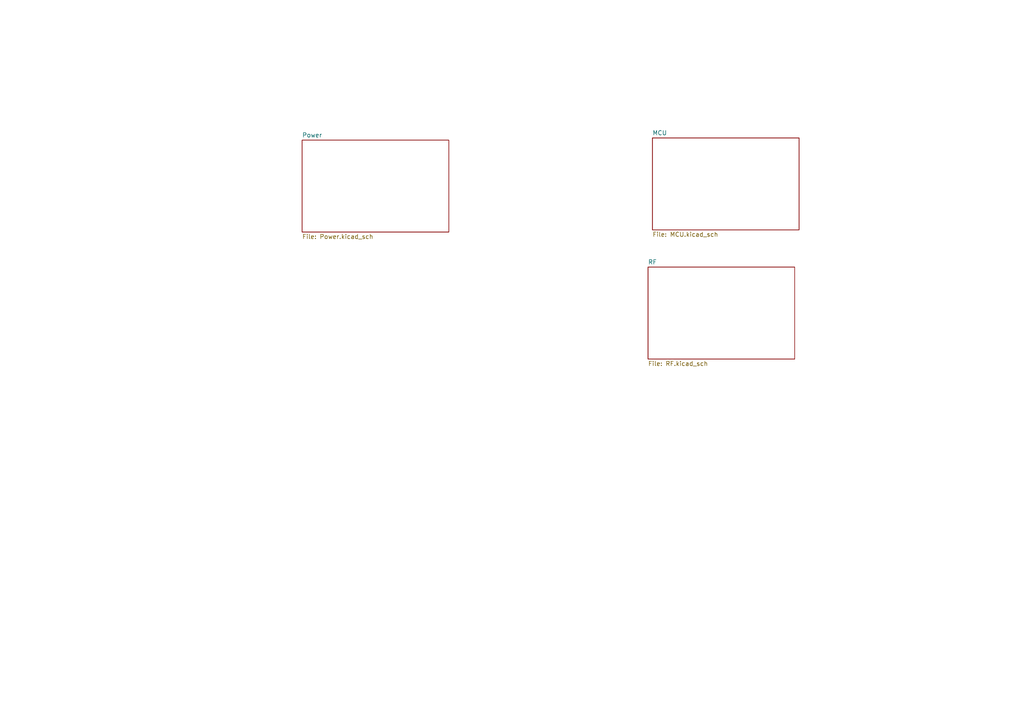
<source format=kicad_sch>
(kicad_sch
	(version 20231120)
	(generator "eeschema")
	(generator_version "8.0")
	(uuid "0c782e15-0764-4eb8-a966-1f3125c3c492")
	(paper "A4")
	(lib_symbols)
	(sheet
		(at 87.63 40.64)
		(size 42.545 26.67)
		(fields_autoplaced yes)
		(stroke
			(width 0.1524)
			(type solid)
		)
		(fill
			(color 0 0 0 0.0000)
		)
		(uuid "0cdfd7b7-77b8-4b43-a134-3fe419a74a25")
		(property "Sheetname" "Power"
			(at 87.63 39.9284 0)
			(effects
				(font
					(size 1.27 1.27)
				)
				(justify left bottom)
			)
		)
		(property "Sheetfile" "Power.kicad_sch"
			(at 87.63 67.8946 0)
			(effects
				(font
					(size 1.27 1.27)
				)
				(justify left top)
			)
		)
		(instances
			(project "Rpi_Custom"
				(path "/0c782e15-0764-4eb8-a966-1f3125c3c492"
					(page "3")
				)
			)
		)
	)
	(sheet
		(at 189.23 40.005)
		(size 42.545 26.67)
		(fields_autoplaced yes)
		(stroke
			(width 0.1524)
			(type solid)
		)
		(fill
			(color 0 0 0 0.0000)
		)
		(uuid "292883f5-8dca-440e-aa96-21b6f26acdd4")
		(property "Sheetname" "MCU"
			(at 189.23 39.2934 0)
			(effects
				(font
					(size 1.27 1.27)
				)
				(justify left bottom)
			)
		)
		(property "Sheetfile" "MCU.kicad_sch"
			(at 189.23 67.2596 0)
			(effects
				(font
					(size 1.27 1.27)
				)
				(justify left top)
			)
		)
		(instances
			(project "Rpi_Custom"
				(path "/0c782e15-0764-4eb8-a966-1f3125c3c492"
					(page "2")
				)
			)
		)
	)
	(sheet
		(at 187.96 77.47)
		(size 42.545 26.67)
		(fields_autoplaced yes)
		(stroke
			(width 0.1524)
			(type solid)
		)
		(fill
			(color 0 0 0 0.0000)
		)
		(uuid "ff44b7f8-fdbc-411b-b9ba-841f2d7d9b21")
		(property "Sheetname" "RF"
			(at 187.96 76.7584 0)
			(effects
				(font
					(size 1.27 1.27)
				)
				(justify left bottom)
			)
		)
		(property "Sheetfile" "RF.kicad_sch"
			(at 187.96 104.7246 0)
			(effects
				(font
					(size 1.27 1.27)
				)
				(justify left top)
			)
		)
		(instances
			(project "Rpi_Custom"
				(path "/0c782e15-0764-4eb8-a966-1f3125c3c492"
					(page "5")
				)
			)
		)
	)
	(sheet_instances
		(path "/"
			(page "1")
		)
	)
)

</source>
